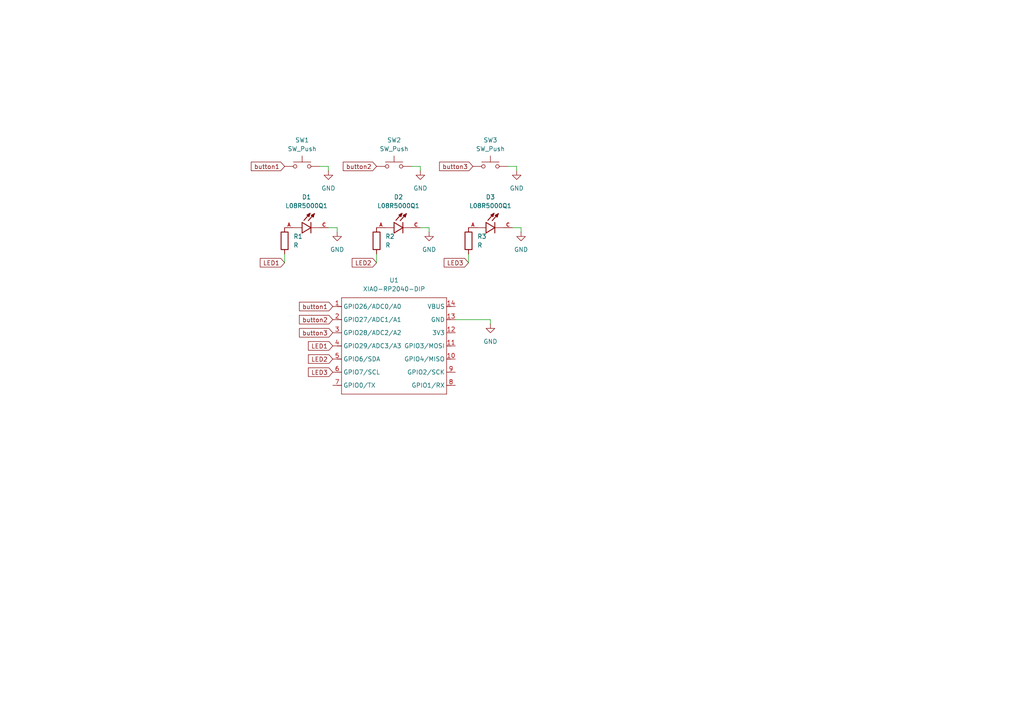
<source format=kicad_sch>
(kicad_sch (version 20250114) (generator "eeschema") (generator_version "9.0")
  (paper "A4")
  (lib_symbols
    (symbol "Device:R" (pin_numbers (hide yes)) (pin_names (offset 0))
      (property "Reference" "R" (at 2.032 0 90))
      (property "Value" "R" (at 0 0 90))
      (symbol "R_0_1"
        (rectangle (start -1.016 -2.54) (end 1.016 2.54) (stroke (width 0.254)))
      )
      (symbol "R_1_1"
        (pin passive line (at 0 3.81 270) (length 1.27) (name "~") (number "1"))
        (pin passive line (at 0 -3.81 90) (length 1.27) (name "~") (number "2"))
      )
    )
    (symbol "L08R5000Q1:L08R5000Q1" (pin_names (offset 1.016))
      (property "Reference" "D" (at -3.0988 4.4958 0))
      (property "Value" "L08R5000Q1" (at -3.556 -3.302 0))
      (symbol "L08R5000Q1_0_0"
        (polyline (pts (xy -2.54 1.524) (xy -2.54 0)) (stroke (width 0.254)))
        (polyline (pts (xy -2.54 0) (xy -5.08 0)) (stroke (width 0.1524)))
        (polyline (pts (xy -2.54 0) (xy -2.54 -1.524)) (stroke (width 0.254)))
        (polyline (pts (xy -2.54 -1.524) (xy 0 0)) (stroke (width 0.254)))
        (polyline (pts (xy -1.1176 3.683) (xy -0.2286 4.1656)) (stroke (width 0.254)))
        (polyline (pts (xy -0.9398 3.6068) (xy -0.7112 3.7592)) (stroke (width 0.254)))
        (polyline (pts (xy -0.5588 3.2004) (xy -1.1176 3.683)) (stroke (width 0.254)))
        (polyline (pts (xy -0.5588 3.2004) (xy -0.5334 3.937)) (stroke (width 0.254)))
        (polyline (pts (xy -0.5334 3.937) (xy -0.6604 3.937)) (stroke (width 0.254)))
        (polyline (pts (xy -0.2286 4.1656) (xy -2.0066 2.1336)) (stroke (width 0.254)))
        (polyline (pts (xy -0.2286 4.1656) (xy -0.5588 3.2004)) (stroke (width 0.254)))
        (polyline (pts (xy 0 1.524) (xy 0 0)) (stroke (width 0.254)))
        (polyline (pts (xy 0 0) (xy -2.54 1.524)) (stroke (width 0.254)))
        (polyline (pts (xy 0 0) (xy 0 -1.524)) (stroke (width 0.254)))
        (polyline (pts (xy 0.127 3.5814) (xy 1.016 4.064)) (stroke (width 0.254)))
        (polyline (pts (xy 0.3048 3.5052) (xy 0.5334 3.6576)) (stroke (width 0.254)))
        (polyline (pts (xy 0.6858 3.0988) (xy 0.127 3.5814)) (stroke (width 0.254)))
        (polyline (pts (xy 0.6858 3.0988) (xy 0.7112 3.8354)) (stroke (width 0.254)))
        (polyline (pts (xy 0.7112 3.8354) (xy 0.5842 3.8354)) (stroke (width 0.254)))
        (polyline (pts (xy 1.016 4.064) (xy -0.762 2.032)) (stroke (width 0.254)))
        (polyline (pts (xy 1.016 4.064) (xy 0.6858 3.0988)) (stroke (width 0.254)))
        (polyline (pts (xy 2.54 0) (xy 0 0)) (stroke (width 0.1524)))
        (pin passive line (at -7.62 0 0) (length 2.54) (name "~") (number "A"))
        (pin passive line (at 5.08 0 180) (length 2.54) (name "~") (number "C"))
      )
    )
    (symbol "Seeed_Studio_XIAO_Series:XIAO-RP2040-DIP"
      (property "Reference" "U" (at 0 0 0))
      (property "Value" "XIAO-RP2040-DIP" (at 5.334 -1.778 0))
      (symbol "XIAO-RP2040-DIP_1_0"
        (polyline (pts (xy -1.27 -2.54) (xy 29.21 -2.54)) (stroke (width 0.1524)))
        (polyline (pts (xy -1.27 -5.08) (xy -2.54 -5.08)) (stroke (width 0.1524)))
        (polyline (pts (xy -1.27 -5.08) (xy -1.27 -2.54)) (stroke (width 0.1524)))
        (polyline (pts (xy -1.27 -8.89) (xy -2.54 -8.89)) (stroke (width 0.1524)))
        (polyline (pts (xy -1.27 -8.89) (xy -1.27 -5.08)) (stroke (width 0.1524)))
        (polyline (pts (xy -1.27 -12.7) (xy -2.54 -12.7)) (stroke (width 0.1524)))
        (polyline (pts (xy -1.27 -12.7) (xy -1.27 -8.89)) (stroke (width 0.1524)))
        (polyline (pts (xy -1.27 -16.51) (xy -2.54 -16.51)) (stroke (width 0.1524)))
        (polyline (pts (xy -1.27 -16.51) (xy -1.27 -12.7)) (stroke (width 0.1524)))
        (polyline (pts (xy -1.27 -20.32) (xy -2.54 -20.32)) (stroke (width 0.1524)))
        (polyline (pts (xy -1.27 -24.13) (xy -2.54 -24.13)) (stroke (width 0.1524)))
        (polyline (pts (xy -1.27 -27.94) (xy -2.54 -27.94)) (stroke (width 0.1524)))
        (polyline (pts (xy -1.27 -30.48) (xy -1.27 -16.51)) (stroke (width 0.1524)))
        (polyline (pts (xy 29.21 -2.54) (xy 29.21 -5.08)) (stroke (width 0.1524)))
        (polyline (pts (xy 29.21 -5.08) (xy 29.21 -8.89)) (stroke (width 0.1524)))
        (polyline (pts (xy 29.21 -8.89) (xy 29.21 -12.7)) (stroke (width 0.1524)))
        (polyline (pts (xy 29.21 -12.7) (xy 29.21 -30.48)) (stroke (width 0.1524)))
        (polyline (pts (xy 29.21 -30.48) (xy -1.27 -30.48)) (stroke (width 0.1524)))
        (polyline (pts (xy 30.48 -5.08) (xy 29.21 -5.08)) (stroke (width 0.1524)))
        (polyline (pts (xy 30.48 -8.89) (xy 29.21 -8.89)) (stroke (width 0.1524)))
        (polyline (pts (xy 30.48 -12.7) (xy 29.21 -12.7)) (stroke (width 0.1524)))
        (polyline (pts (xy 30.48 -16.51) (xy 29.21 -16.51)) (stroke (width 0.1524)))
        (polyline (pts (xy 30.48 -20.32) (xy 29.21 -20.32)) (stroke (width 0.1524)))
        (polyline (pts (xy 30.48 -24.13) (xy 29.21 -24.13)) (stroke (width 0.1524)))
        (polyline (pts (xy 30.48 -27.94) (xy 29.21 -27.94)) (stroke (width 0.1524)))
        (pin passive line (at -3.81 -5.08 0) (length 2.54) (name "GPIO26/ADC0/A0") (number "1"))
        (pin passive line (at -3.81 -8.89 0) (length 2.54) (name "GPIO27/ADC1/A1") (number "2"))
        (pin passive line (at -3.81 -12.7 0) (length 2.54) (name "GPIO28/ADC2/A2") (number "3"))
        (pin passive line (at -3.81 -16.51 0) (length 2.54) (name "GPIO29/ADC3/A3") (number "4"))
        (pin passive line (at -3.81 -20.32 0) (length 2.54) (name "GPIO6/SDA") (number "5"))
        (pin passive line (at -3.81 -24.13 0) (length 2.54) (name "GPIO7/SCL") (number "6"))
        (pin passive line (at -3.81 -27.94 0) (length 2.54) (name "GPIO0/TX") (number "7"))
        (pin passive line (at 31.75 -5.08 180) (length 2.54) (name "VBUS") (number "14"))
        (pin passive line (at 31.75 -8.89 180) (length 2.54) (name "GND") (number "13"))
        (pin passive line (at 31.75 -12.7 180) (length 2.54) (name "3V3") (number "12"))
        (pin passive line (at 31.75 -16.51 180) (length 2.54) (name "GPIO3/MOSI") (number "11"))
        (pin passive line (at 31.75 -20.32 180) (length 2.54) (name "GPIO4/MISO") (number "10"))
        (pin passive line (at 31.75 -24.13 180) (length 2.54) (name "GPIO2/SCK") (number "9"))
        (pin passive line (at 31.75 -27.94 180) (length 2.54) (name "GPIO1/RX") (number "8"))
      )
    )
    (symbol "Switch:SW_Push" (pin_numbers (hide yes)) (pin_names (offset 1.016) (hide yes))
      (property "Reference" "SW" (at 1.27 2.54 0))
      (property "Value" "SW_Push" (at 0 -1.524 0))
      (symbol "SW_Push_0_1"
        (circle (center -2.032 0) (radius 0.508))
        (polyline (pts (xy 0 1.27) (xy 0 3.048)))
        (circle (center 2.032 0) (radius 0.508))
        (polyline (pts (xy 2.54 1.27) (xy -2.54 1.27)))
        (pin passive line (at -5.08 0 0) (length 2.54) (name "1") (number "1"))
        (pin passive line (at 5.08 0 180) (length 2.54) (name "2") (number "2"))
      )
    )
    (symbol "power:GND" (power) (pin_numbers (hide yes)) (pin_names (offset 0) (hide yes))
      (property "Value" "GND" (at 0 -3.81 0))
      (symbol "GND_0_1"
        (polyline (pts (xy 0 0) (xy 0 -1.27) (xy 1.27 -1.27) (xy 0 -2.54) (xy -1.27 -1.27) (xy 0 -1.27)))
      )
      (symbol "GND_1_1"
        (pin power_in line (at 0 0 270) (length 0) (name "~") (number "1"))
      )
    )
  )
  (wire (pts (xy 147.32 48.26) (xy 149.86 48.26)))
  (wire (pts (xy 135.89 76.2) (xy 135.89 73.66)))
  (wire (pts (xy 121.92 48.26) (xy 121.92 49.53)))
  (wire (pts (xy 95.25 48.26) (xy 95.25 49.53)))
  (wire (pts (xy 124.46 66.04) (xy 124.46 67.31)))
  (wire (pts (xy 119.38 48.26) (xy 121.92 48.26)))
  (wire (pts (xy 148.59 66.04) (xy 151.13 66.04)))
  (wire (pts (xy 142.24 92.71) (xy 142.24 93.98)))
  (wire (pts (xy 149.86 48.26) (xy 149.86 49.53)))
  (wire (pts (xy 82.55 76.2) (xy 82.55 73.66)))
  (wire (pts (xy 92.71 48.26) (xy 95.25 48.26)))
  (wire (pts (xy 121.92 66.04) (xy 124.46 66.04)))
  (wire (pts (xy 151.13 66.04) (xy 151.13 67.31)))
  (wire (pts (xy 109.22 76.2) (xy 109.22 73.66)))
  (wire (pts (xy 95.25 66.04) (xy 97.79 66.04)))
  (wire (pts (xy 97.79 66.04) (xy 97.79 67.31)))
  (wire (pts (xy 132.08 92.71) (xy 142.24 92.71)))
  (global_label "button3" (shape input) (at 137.16 48.26 180) (property "Intersheetrefs" "${INTERSHEET_REFS}" (effects (hide yes))))
  (global_label "LED2" (shape input) (at 109.22 76.2 180) (property "Intersheetrefs" "${INTERSHEET_REFS}" (effects (hide yes))))
  (global_label "LED3" (shape input) (at 96.52 107.95 180) (property "Intersheetrefs" "${INTERSHEET_REFS}" (effects (hide yes))))
  (global_label "button3" (shape input) (at 96.52 96.52 180) (property "Intersheetrefs" "${INTERSHEET_REFS}" (effects (hide yes))))
  (global_label "LED1" (shape input) (at 82.55 76.2 180) (property "Intersheetrefs" "${INTERSHEET_REFS}" (effects (hide yes))))
  (global_label "button1" (shape input) (at 82.55 48.26 180) (property "Intersheetrefs" "${INTERSHEET_REFS}" (effects (hide yes))))
  (global_label "LED2" (shape input) (at 96.52 104.14 180) (property "Intersheetrefs" "${INTERSHEET_REFS}" (effects (hide yes))))
  (global_label "LED3" (shape input) (at 135.89 76.2 180) (property "Intersheetrefs" "${INTERSHEET_REFS}" (effects (hide yes))))
  (global_label "LED1" (shape input) (at 96.52 100.33 180) (property "Intersheetrefs" "${INTERSHEET_REFS}" (effects (hide yes))))
  (global_label "button2" (shape input) (at 96.52 92.71 180) (property "Intersheetrefs" "${INTERSHEET_REFS}" (effects (hide yes))))
  (global_label "button2" (shape input) (at 109.22 48.26 180) (property "Intersheetrefs" "${INTERSHEET_REFS}" (effects (hide yes))))
  (global_label "button1" (shape input) (at 96.52 88.9 180) (property "Intersheetrefs" "${INTERSHEET_REFS}" (effects (hide yes))))
  (symbol (lib_id "L08R5000Q1:L08R5000Q1") (at 90.17 66.04 0) (unit 1)
    (property "Reference" "D1" (at 88.9 57.15 0))
    (property "Value" "L08R5000Q1" (at 88.9 59.69 0))
    (property "Footprint" "footprints:LEDRD254W57D500H1070" (effects (hide yes)))
    (property "MF" "LED Technology" (effects (hide yes)))
    (property "MAXIMUM_PACKAGE_HEIGHT" "10.7mm" (effects (hide yes)))
    (property "Package" "None" (effects (hide yes)))
    (property "Price" "None" (effects (hide yes)))
    (property "Check_prices" "https://www.snapeda.com/parts/L08R5000Q1/LED+Technology/view-part/?ref=eda" (effects (hide yes)))
    (property "STANDARD" "IPC-7351B" (effects (hide yes)))
    (property "PARTREV" "NA" (effects (hide yes)))
    (property "SnapEDA_Link" "https://www.snapeda.com/parts/L08R5000Q1/LED+Technology/view-part/?ref=snap" (effects (hide yes)))
    (property "MP" "L08R5000Q1" (effects (hide yes)))
    (property "Description_1" "LED, 5MM, ORANGE; LED / Lamp Size: 5mm / T-1 3/4; LED Colour: Orange; Typ Luminous Intensity: 4.3mcd; Viewing Angle: ..." (effects (hide yes)))
    (property "Availability" "Not in stock" (effects (hide yes)))
    (property "MANUFACTURER" "LED TECHNOLOGY" (effects (hide yes)))
  )
  (symbol (lib_id "power:GND") (at 151.13 67.31 0) (unit 1)
    (property "Reference" "#PWR03" (effects (hide yes)))
    (property "Value" "GND" (at 151.13 72.39 0))
    (property "Description" "Power symbol creates a global label with name \"GND\" , ground" (effects (hide yes)))
  )
  (symbol (lib_id "power:GND") (at 124.46 67.31 0) (unit 1)
    (property "Reference" "#PWR02" (effects (hide yes)))
    (property "Value" "GND" (at 124.46 72.39 0))
    (property "Description" "Power symbol creates a global label with name \"GND\" , ground" (effects (hide yes)))
  )
  (symbol (lib_id "Device:R") (at 109.22 69.85 0) (unit 1)
    (property "Reference" "R2" (at 111.76 68.5799 0) (effects (justify left)))
    (property "Value" "R" (at 111.76 71.1199 0) (effects (justify left)))
    (property "Footprint" "Resistor_THT:R_Axial_DIN0204_L3.6mm_D1.6mm_P5.08mm_Horizontal" (effects (hide yes)))
    (property "Description" "Resistor" (effects (hide yes)))
  )
  (symbol (lib_id "Switch:SW_Push") (at 114.3 48.26 0) (unit 1)
    (property "Reference" "SW2" (at 114.3 40.64 0))
    (property "Value" "SW_Push" (at 114.3 43.18 0))
    (property "Footprint" "Button_Switch_Keyboard:SW_Cherry_MX_1.00u_PCB" (effects (hide yes)))
    (property "Description" "Push button switch, generic, two pins" (effects (hide yes)))
  )
  (symbol (lib_id "power:GND") (at 121.92 49.53 0) (unit 1)
    (property "Reference" "#PWR06" (effects (hide yes)))
    (property "Value" "GND" (at 121.92 54.61 0))
    (property "Description" "Power symbol creates a global label with name \"GND\" , ground" (effects (hide yes)))
  )
  (symbol (lib_id "power:GND") (at 142.24 93.98 0) (unit 1)
    (property "Reference" "#PWR01" (effects (hide yes)))
    (property "Value" "GND" (at 142.24 99.06 0))
    (property "Description" "Power symbol creates a global label with name \"GND\" , ground" (effects (hide yes)))
  )
  (symbol (lib_id "Switch:SW_Push") (at 87.63 48.26 0) (unit 1)
    (property "Reference" "SW1" (at 87.63 40.64 0))
    (property "Value" "SW_Push" (at 87.63 43.18 0))
    (property "Footprint" "Button_Switch_Keyboard:SW_Cherry_MX_1.00u_PCB" (effects (hide yes)))
    (property "Description" "Push button switch, generic, two pins" (effects (hide yes)))
  )
  (symbol (lib_id "power:GND") (at 97.79 67.31 0) (unit 1)
    (property "Reference" "#PWR04" (effects (hide yes)))
    (property "Value" "GND" (at 97.79 72.39 0))
    (property "Description" "Power symbol creates a global label with name \"GND\" , ground" (effects (hide yes)))
  )
  (symbol (lib_id "Switch:SW_Push") (at 142.24 48.26 0) (unit 1)
    (property "Reference" "SW3" (at 142.24 40.64 0))
    (property "Value" "SW_Push" (at 142.24 43.18 0))
    (property "Footprint" "Button_Switch_Keyboard:SW_Cherry_MX_1.00u_PCB" (effects (hide yes)))
    (property "Description" "Push button switch, generic, two pins" (effects (hide yes)))
  )
  (symbol (lib_id "Device:R") (at 82.55 69.85 0) (unit 1)
    (property "Reference" "R1" (at 85.09 68.5799 0) (effects (justify left)))
    (property "Value" "R" (at 85.09 71.1199 0) (effects (justify left)))
    (property "Footprint" "Resistor_THT:R_Axial_DIN0204_L3.6mm_D1.6mm_P5.08mm_Horizontal" (effects (hide yes)))
    (property "Description" "Resistor" (effects (hide yes)))
  )
  (symbol (lib_id "Device:R") (at 135.89 69.85 0) (unit 1)
    (property "Reference" "R3" (at 138.43 68.5799 0) (effects (justify left)))
    (property "Value" "R" (at 138.43 71.1199 0) (effects (justify left)))
    (property "Footprint" "Resistor_THT:R_Axial_DIN0204_L3.6mm_D1.6mm_P5.08mm_Horizontal" (effects (hide yes)))
    (property "Description" "Resistor" (effects (hide yes)))
  )
  (symbol (lib_id "Seeed_Studio_XIAO_Series:XIAO-RP2040-DIP") (at 100.33 83.82 0) (unit 1)
    (property "Reference" "U1" (at 114.3 81.28 0))
    (property "Value" "XIAO-RP2040-DIP" (at 114.3 83.82 0))
    (property "Footprint" "footprints:XIAO-RP2040-DIP" (effects (hide yes)))
  )
  (symbol (lib_id "power:GND") (at 149.86 49.53 0) (unit 1)
    (property "Reference" "#PWR07" (effects (hide yes)))
    (property "Value" "GND" (at 149.86 54.61 0))
    (property "Description" "Power symbol creates a global label with name \"GND\" , ground" (effects (hide yes)))
  )
  (symbol (lib_id "L08R5000Q1:L08R5000Q1") (at 116.84 66.04 0) (unit 1)
    (property "Reference" "D2" (at 115.57 57.15 0))
    (property "Value" "L08R5000Q1" (at 115.57 59.69 0))
    (property "Footprint" "footprints:LEDRD254W57D500H1070" (effects (hide yes)))
    (property "MF" "LED Technology" (effects (hide yes)))
    (property "MAXIMUM_PACKAGE_HEIGHT" "10.7mm" (effects (hide yes)))
    (property "Package" "None" (effects (hide yes)))
    (property "Price" "None" (effects (hide yes)))
    (property "Check_prices" "https://www.snapeda.com/parts/L08R5000Q1/LED+Technology/view-part/?ref=eda" (effects (hide yes)))
    (property "STANDARD" "IPC-7351B" (effects (hide yes)))
    (property "PARTREV" "NA" (effects (hide yes)))
    (property "SnapEDA_Link" "https://www.snapeda.com/parts/L08R5000Q1/LED+Technology/view-part/?ref=snap" (effects (hide yes)))
    (property "MP" "L08R5000Q1" (effects (hide yes)))
    (property "Description_1" "LED, 5MM, ORANGE; LED / Lamp Size: 5mm / T-1 3/4; LED Colour: Orange; Typ Luminous Intensity: 4.3mcd; Viewing Angle: ..." (effects (hide yes)))
    (property "Availability" "Not in stock" (effects (hide yes)))
    (property "MANUFACTURER" "LED TECHNOLOGY" (effects (hide yes)))
  )
  (symbol (lib_id "power:GND") (at 95.25 49.53 0) (unit 1)
    (property "Reference" "#PWR05" (effects (hide yes)))
    (property "Value" "GND" (at 95.25 54.61 0))
    (property "Description" "Power symbol creates a global label with name \"GND\" , ground" (effects (hide yes)))
  )
  (symbol (lib_id "L08R5000Q1:L08R5000Q1") (at 143.51 66.04 0) (unit 1)
    (property "Reference" "D3" (at 142.24 57.15 0))
    (property "Value" "L08R5000Q1" (at 142.24 59.69 0))
    (property "Footprint" "footprints:LEDRD254W57D500H1070" (effects (hide yes)))
    (property "MF" "LED Technology" (effects (hide yes)))
    (property "MAXIMUM_PACKAGE_HEIGHT" "10.7mm" (effects (hide yes)))
    (property "Package" "None" (effects (hide yes)))
    (property "Price" "None" (effects (hide yes)))
    (property "Check_prices" "https://www.snapeda.com/parts/L08R5000Q1/LED+Technology/view-part/?ref=eda" (effects (hide yes)))
    (property "STANDARD" "IPC-7351B" (effects (hide yes)))
    (property "PARTREV" "NA" (effects (hide yes)))
    (property "SnapEDA_Link" "https://www.snapeda.com/parts/L08R5000Q1/LED+Technology/view-part/?ref=snap" (effects (hide yes)))
    (property "MP" "L08R5000Q1" (effects (hide yes)))
    (property "Description_1" "LED, 5MM, ORANGE; LED / Lamp Size: 5mm / T-1 3/4; LED Colour: Orange; Typ Luminous Intensity: 4.3mcd; Viewing Angle: ..." (effects (hide yes)))
    (property "Availability" "Not in stock" (effects (hide yes)))
    (property "MANUFACTURER" "LED TECHNOLOGY" (effects (hide yes)))
  )
)
</source>
